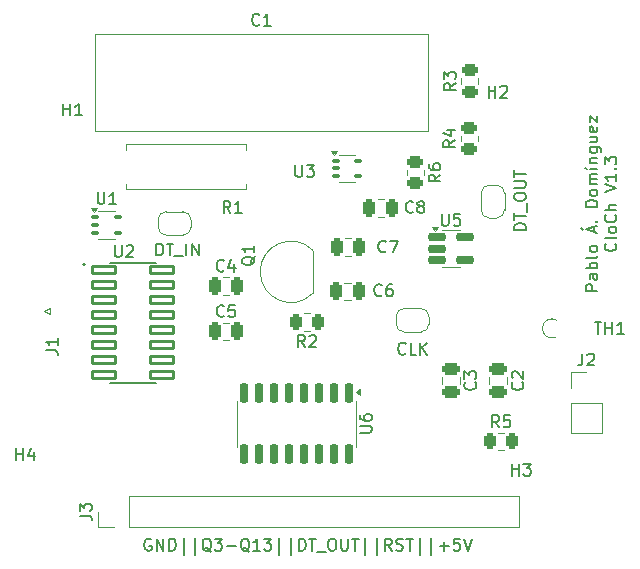
<source format=gbr>
%TF.GenerationSoftware,KiCad,Pcbnew,8.0.7*%
%TF.CreationDate,2025-10-24T17:03:05+02:00*%
%TF.ProjectId,Medidor_clk_PCB,4d656469-646f-4725-9f63-6c6b5f504342,rev?*%
%TF.SameCoordinates,Original*%
%TF.FileFunction,Legend,Top*%
%TF.FilePolarity,Positive*%
%FSLAX46Y46*%
G04 Gerber Fmt 4.6, Leading zero omitted, Abs format (unit mm)*
G04 Created by KiCad (PCBNEW 8.0.7) date 2025-10-24 17:03:05*
%MOMM*%
%LPD*%
G01*
G04 APERTURE LIST*
G04 Aperture macros list*
%AMRoundRect*
0 Rectangle with rounded corners*
0 $1 Rounding radius*
0 $2 $3 $4 $5 $6 $7 $8 $9 X,Y pos of 4 corners*
0 Add a 4 corners polygon primitive as box body*
4,1,4,$2,$3,$4,$5,$6,$7,$8,$9,$2,$3,0*
0 Add four circle primitives for the rounded corners*
1,1,$1+$1,$2,$3*
1,1,$1+$1,$4,$5*
1,1,$1+$1,$6,$7*
1,1,$1+$1,$8,$9*
0 Add four rect primitives between the rounded corners*
20,1,$1+$1,$2,$3,$4,$5,0*
20,1,$1+$1,$4,$5,$6,$7,0*
20,1,$1+$1,$6,$7,$8,$9,0*
20,1,$1+$1,$8,$9,$2,$3,0*%
%AMFreePoly0*
4,1,19,0.500000,-0.750000,0.000000,-0.750000,0.000000,-0.744911,-0.071157,-0.744911,-0.207708,-0.704816,-0.327430,-0.627875,-0.420627,-0.520320,-0.479746,-0.390866,-0.500000,-0.250000,-0.500000,0.250000,-0.479746,0.390866,-0.420627,0.520320,-0.327430,0.627875,-0.207708,0.704816,-0.071157,0.744911,0.000000,0.744911,0.000000,0.750000,0.500000,0.750000,0.500000,-0.750000,0.500000,-0.750000,
$1*%
%AMFreePoly1*
4,1,19,0.000000,0.744911,0.071157,0.744911,0.207708,0.704816,0.327430,0.627875,0.420627,0.520320,0.479746,0.390866,0.500000,0.250000,0.500000,-0.250000,0.479746,-0.390866,0.420627,-0.520320,0.327430,-0.627875,0.207708,-0.704816,0.071157,-0.744911,0.000000,-0.744911,0.000000,-0.750000,-0.500000,-0.750000,-0.500000,0.750000,0.000000,0.750000,0.000000,0.744911,0.000000,0.744911,
$1*%
G04 Aperture macros list end*
%ADD10C,0.200000*%
%ADD11C,0.150000*%
%ADD12C,0.120000*%
%ADD13C,0.127000*%
%ADD14RoundRect,0.250000X0.250000X0.475000X-0.250000X0.475000X-0.250000X-0.475000X0.250000X-0.475000X0*%
%ADD15RoundRect,0.250000X0.450000X-0.262500X0.450000X0.262500X-0.450000X0.262500X-0.450000X-0.262500X0*%
%ADD16R,1.500000X1.050000*%
%ADD17O,1.500000X1.050000*%
%ADD18RoundRect,0.250000X-0.475000X0.250000X-0.475000X-0.250000X0.475000X-0.250000X0.475000X0.250000X0*%
%ADD19C,4.300000*%
%ADD20RoundRect,0.100000X-0.225000X-0.100000X0.225000X-0.100000X0.225000X0.100000X-0.225000X0.100000X0*%
%ADD21RoundRect,0.100500X-0.986500X-0.301500X0.986500X-0.301500X0.986500X0.301500X-0.986500X0.301500X0*%
%ADD22RoundRect,0.250000X-0.250000X-0.475000X0.250000X-0.475000X0.250000X0.475000X-0.250000X0.475000X0*%
%ADD23FreePoly0,0.000000*%
%ADD24FreePoly1,0.000000*%
%ADD25RoundRect,0.150000X-0.650000X-0.150000X0.650000X-0.150000X0.650000X0.150000X-0.650000X0.150000X0*%
%ADD26RoundRect,0.250000X-0.262500X-0.450000X0.262500X-0.450000X0.262500X0.450000X-0.262500X0.450000X0*%
%ADD27R,1.700000X1.700000*%
%ADD28O,1.700000X1.700000*%
%ADD29C,2.400000*%
%ADD30O,2.400000X2.400000*%
%ADD31RoundRect,0.150000X-0.150000X0.725000X-0.150000X-0.725000X0.150000X-0.725000X0.150000X0.725000X0*%
%ADD32FreePoly0,270.000000*%
%ADD33FreePoly1,270.000000*%
%ADD34R,5.080000X1.500000*%
%ADD35RoundRect,0.250000X-0.450000X0.262500X-0.450000X-0.262500X0.450000X-0.262500X0.450000X0.262500X0*%
%ADD36C,1.400000*%
%ADD37O,1.400000X1.400000*%
%ADD38RoundRect,0.250000X0.262500X0.450000X-0.262500X0.450000X-0.262500X-0.450000X0.262500X-0.450000X0*%
G04 APERTURE END LIST*
D10*
X172657275Y-98857142D02*
X171657275Y-98857142D01*
X171657275Y-98857142D02*
X171657275Y-98476190D01*
X171657275Y-98476190D02*
X171704894Y-98380952D01*
X171704894Y-98380952D02*
X171752513Y-98333333D01*
X171752513Y-98333333D02*
X171847751Y-98285714D01*
X171847751Y-98285714D02*
X171990608Y-98285714D01*
X171990608Y-98285714D02*
X172085846Y-98333333D01*
X172085846Y-98333333D02*
X172133465Y-98380952D01*
X172133465Y-98380952D02*
X172181084Y-98476190D01*
X172181084Y-98476190D02*
X172181084Y-98857142D01*
X172657275Y-97428571D02*
X172133465Y-97428571D01*
X172133465Y-97428571D02*
X172038227Y-97476190D01*
X172038227Y-97476190D02*
X171990608Y-97571428D01*
X171990608Y-97571428D02*
X171990608Y-97761904D01*
X171990608Y-97761904D02*
X172038227Y-97857142D01*
X172609656Y-97428571D02*
X172657275Y-97523809D01*
X172657275Y-97523809D02*
X172657275Y-97761904D01*
X172657275Y-97761904D02*
X172609656Y-97857142D01*
X172609656Y-97857142D02*
X172514417Y-97904761D01*
X172514417Y-97904761D02*
X172419179Y-97904761D01*
X172419179Y-97904761D02*
X172323941Y-97857142D01*
X172323941Y-97857142D02*
X172276322Y-97761904D01*
X172276322Y-97761904D02*
X172276322Y-97523809D01*
X172276322Y-97523809D02*
X172228703Y-97428571D01*
X172657275Y-96952380D02*
X171657275Y-96952380D01*
X172038227Y-96952380D02*
X171990608Y-96857142D01*
X171990608Y-96857142D02*
X171990608Y-96666666D01*
X171990608Y-96666666D02*
X172038227Y-96571428D01*
X172038227Y-96571428D02*
X172085846Y-96523809D01*
X172085846Y-96523809D02*
X172181084Y-96476190D01*
X172181084Y-96476190D02*
X172466798Y-96476190D01*
X172466798Y-96476190D02*
X172562036Y-96523809D01*
X172562036Y-96523809D02*
X172609656Y-96571428D01*
X172609656Y-96571428D02*
X172657275Y-96666666D01*
X172657275Y-96666666D02*
X172657275Y-96857142D01*
X172657275Y-96857142D02*
X172609656Y-96952380D01*
X172657275Y-95904761D02*
X172609656Y-95999999D01*
X172609656Y-95999999D02*
X172514417Y-96047618D01*
X172514417Y-96047618D02*
X171657275Y-96047618D01*
X172657275Y-95380951D02*
X172609656Y-95476189D01*
X172609656Y-95476189D02*
X172562036Y-95523808D01*
X172562036Y-95523808D02*
X172466798Y-95571427D01*
X172466798Y-95571427D02*
X172181084Y-95571427D01*
X172181084Y-95571427D02*
X172085846Y-95523808D01*
X172085846Y-95523808D02*
X172038227Y-95476189D01*
X172038227Y-95476189D02*
X171990608Y-95380951D01*
X171990608Y-95380951D02*
X171990608Y-95238094D01*
X171990608Y-95238094D02*
X172038227Y-95142856D01*
X172038227Y-95142856D02*
X172085846Y-95095237D01*
X172085846Y-95095237D02*
X172181084Y-95047618D01*
X172181084Y-95047618D02*
X172466798Y-95047618D01*
X172466798Y-95047618D02*
X172562036Y-95095237D01*
X172562036Y-95095237D02*
X172609656Y-95142856D01*
X172609656Y-95142856D02*
X172657275Y-95238094D01*
X172657275Y-95238094D02*
X172657275Y-95380951D01*
X172371560Y-93904760D02*
X172371560Y-93428570D01*
X172657275Y-93999998D02*
X171657275Y-93666665D01*
X171657275Y-93666665D02*
X172657275Y-93333332D01*
X171276322Y-93571427D02*
X171419179Y-93714284D01*
X172562036Y-92999998D02*
X172609656Y-92952379D01*
X172609656Y-92952379D02*
X172657275Y-92999998D01*
X172657275Y-92999998D02*
X172609656Y-93047617D01*
X172609656Y-93047617D02*
X172562036Y-92999998D01*
X172562036Y-92999998D02*
X172657275Y-92999998D01*
X172657275Y-91761903D02*
X171657275Y-91761903D01*
X171657275Y-91761903D02*
X171657275Y-91523808D01*
X171657275Y-91523808D02*
X171704894Y-91380951D01*
X171704894Y-91380951D02*
X171800132Y-91285713D01*
X171800132Y-91285713D02*
X171895370Y-91238094D01*
X171895370Y-91238094D02*
X172085846Y-91190475D01*
X172085846Y-91190475D02*
X172228703Y-91190475D01*
X172228703Y-91190475D02*
X172419179Y-91238094D01*
X172419179Y-91238094D02*
X172514417Y-91285713D01*
X172514417Y-91285713D02*
X172609656Y-91380951D01*
X172609656Y-91380951D02*
X172657275Y-91523808D01*
X172657275Y-91523808D02*
X172657275Y-91761903D01*
X172657275Y-90619046D02*
X172609656Y-90714284D01*
X172609656Y-90714284D02*
X172562036Y-90761903D01*
X172562036Y-90761903D02*
X172466798Y-90809522D01*
X172466798Y-90809522D02*
X172181084Y-90809522D01*
X172181084Y-90809522D02*
X172085846Y-90761903D01*
X172085846Y-90761903D02*
X172038227Y-90714284D01*
X172038227Y-90714284D02*
X171990608Y-90619046D01*
X171990608Y-90619046D02*
X171990608Y-90476189D01*
X171990608Y-90476189D02*
X172038227Y-90380951D01*
X172038227Y-90380951D02*
X172085846Y-90333332D01*
X172085846Y-90333332D02*
X172181084Y-90285713D01*
X172181084Y-90285713D02*
X172466798Y-90285713D01*
X172466798Y-90285713D02*
X172562036Y-90333332D01*
X172562036Y-90333332D02*
X172609656Y-90380951D01*
X172609656Y-90380951D02*
X172657275Y-90476189D01*
X172657275Y-90476189D02*
X172657275Y-90619046D01*
X172657275Y-89857141D02*
X171990608Y-89857141D01*
X172085846Y-89857141D02*
X172038227Y-89809522D01*
X172038227Y-89809522D02*
X171990608Y-89714284D01*
X171990608Y-89714284D02*
X171990608Y-89571427D01*
X171990608Y-89571427D02*
X172038227Y-89476189D01*
X172038227Y-89476189D02*
X172133465Y-89428570D01*
X172133465Y-89428570D02*
X172657275Y-89428570D01*
X172133465Y-89428570D02*
X172038227Y-89380951D01*
X172038227Y-89380951D02*
X171990608Y-89285713D01*
X171990608Y-89285713D02*
X171990608Y-89142856D01*
X171990608Y-89142856D02*
X172038227Y-89047617D01*
X172038227Y-89047617D02*
X172133465Y-88999998D01*
X172133465Y-88999998D02*
X172657275Y-88999998D01*
X172657275Y-88523808D02*
X171990608Y-88523808D01*
X171609656Y-88428570D02*
X171752513Y-88571427D01*
X171990608Y-88047618D02*
X172657275Y-88047618D01*
X172085846Y-88047618D02*
X172038227Y-87999999D01*
X172038227Y-87999999D02*
X171990608Y-87904761D01*
X171990608Y-87904761D02*
X171990608Y-87761904D01*
X171990608Y-87761904D02*
X172038227Y-87666666D01*
X172038227Y-87666666D02*
X172133465Y-87619047D01*
X172133465Y-87619047D02*
X172657275Y-87619047D01*
X171990608Y-86714285D02*
X172800132Y-86714285D01*
X172800132Y-86714285D02*
X172895370Y-86761904D01*
X172895370Y-86761904D02*
X172942989Y-86809523D01*
X172942989Y-86809523D02*
X172990608Y-86904761D01*
X172990608Y-86904761D02*
X172990608Y-87047618D01*
X172990608Y-87047618D02*
X172942989Y-87142856D01*
X172609656Y-86714285D02*
X172657275Y-86809523D01*
X172657275Y-86809523D02*
X172657275Y-86999999D01*
X172657275Y-86999999D02*
X172609656Y-87095237D01*
X172609656Y-87095237D02*
X172562036Y-87142856D01*
X172562036Y-87142856D02*
X172466798Y-87190475D01*
X172466798Y-87190475D02*
X172181084Y-87190475D01*
X172181084Y-87190475D02*
X172085846Y-87142856D01*
X172085846Y-87142856D02*
X172038227Y-87095237D01*
X172038227Y-87095237D02*
X171990608Y-86999999D01*
X171990608Y-86999999D02*
X171990608Y-86809523D01*
X171990608Y-86809523D02*
X172038227Y-86714285D01*
X171990608Y-85809523D02*
X172657275Y-85809523D01*
X171990608Y-86238094D02*
X172514417Y-86238094D01*
X172514417Y-86238094D02*
X172609656Y-86190475D01*
X172609656Y-86190475D02*
X172657275Y-86095237D01*
X172657275Y-86095237D02*
X172657275Y-85952380D01*
X172657275Y-85952380D02*
X172609656Y-85857142D01*
X172609656Y-85857142D02*
X172562036Y-85809523D01*
X172609656Y-84952380D02*
X172657275Y-85047618D01*
X172657275Y-85047618D02*
X172657275Y-85238094D01*
X172657275Y-85238094D02*
X172609656Y-85333332D01*
X172609656Y-85333332D02*
X172514417Y-85380951D01*
X172514417Y-85380951D02*
X172133465Y-85380951D01*
X172133465Y-85380951D02*
X172038227Y-85333332D01*
X172038227Y-85333332D02*
X171990608Y-85238094D01*
X171990608Y-85238094D02*
X171990608Y-85047618D01*
X171990608Y-85047618D02*
X172038227Y-84952380D01*
X172038227Y-84952380D02*
X172133465Y-84904761D01*
X172133465Y-84904761D02*
X172228703Y-84904761D01*
X172228703Y-84904761D02*
X172323941Y-85380951D01*
X171990608Y-84571427D02*
X171990608Y-84047618D01*
X171990608Y-84047618D02*
X172657275Y-84571427D01*
X172657275Y-84571427D02*
X172657275Y-84047618D01*
X174171980Y-94857143D02*
X174219600Y-94904762D01*
X174219600Y-94904762D02*
X174267219Y-95047619D01*
X174267219Y-95047619D02*
X174267219Y-95142857D01*
X174267219Y-95142857D02*
X174219600Y-95285714D01*
X174219600Y-95285714D02*
X174124361Y-95380952D01*
X174124361Y-95380952D02*
X174029123Y-95428571D01*
X174029123Y-95428571D02*
X173838647Y-95476190D01*
X173838647Y-95476190D02*
X173695790Y-95476190D01*
X173695790Y-95476190D02*
X173505314Y-95428571D01*
X173505314Y-95428571D02*
X173410076Y-95380952D01*
X173410076Y-95380952D02*
X173314838Y-95285714D01*
X173314838Y-95285714D02*
X173267219Y-95142857D01*
X173267219Y-95142857D02*
X173267219Y-95047619D01*
X173267219Y-95047619D02*
X173314838Y-94904762D01*
X173314838Y-94904762D02*
X173362457Y-94857143D01*
X174267219Y-94285714D02*
X174219600Y-94380952D01*
X174219600Y-94380952D02*
X174124361Y-94428571D01*
X174124361Y-94428571D02*
X173267219Y-94428571D01*
X174267219Y-93761904D02*
X174219600Y-93857142D01*
X174219600Y-93857142D02*
X174171980Y-93904761D01*
X174171980Y-93904761D02*
X174076742Y-93952380D01*
X174076742Y-93952380D02*
X173791028Y-93952380D01*
X173791028Y-93952380D02*
X173695790Y-93904761D01*
X173695790Y-93904761D02*
X173648171Y-93857142D01*
X173648171Y-93857142D02*
X173600552Y-93761904D01*
X173600552Y-93761904D02*
X173600552Y-93619047D01*
X173600552Y-93619047D02*
X173648171Y-93523809D01*
X173648171Y-93523809D02*
X173695790Y-93476190D01*
X173695790Y-93476190D02*
X173791028Y-93428571D01*
X173791028Y-93428571D02*
X174076742Y-93428571D01*
X174076742Y-93428571D02*
X174171980Y-93476190D01*
X174171980Y-93476190D02*
X174219600Y-93523809D01*
X174219600Y-93523809D02*
X174267219Y-93619047D01*
X174267219Y-93619047D02*
X174267219Y-93761904D01*
X174171980Y-92428571D02*
X174219600Y-92476190D01*
X174219600Y-92476190D02*
X174267219Y-92619047D01*
X174267219Y-92619047D02*
X174267219Y-92714285D01*
X174267219Y-92714285D02*
X174219600Y-92857142D01*
X174219600Y-92857142D02*
X174124361Y-92952380D01*
X174124361Y-92952380D02*
X174029123Y-92999999D01*
X174029123Y-92999999D02*
X173838647Y-93047618D01*
X173838647Y-93047618D02*
X173695790Y-93047618D01*
X173695790Y-93047618D02*
X173505314Y-92999999D01*
X173505314Y-92999999D02*
X173410076Y-92952380D01*
X173410076Y-92952380D02*
X173314838Y-92857142D01*
X173314838Y-92857142D02*
X173267219Y-92714285D01*
X173267219Y-92714285D02*
X173267219Y-92619047D01*
X173267219Y-92619047D02*
X173314838Y-92476190D01*
X173314838Y-92476190D02*
X173362457Y-92428571D01*
X174267219Y-91999999D02*
X173267219Y-91999999D01*
X174267219Y-91571428D02*
X173743409Y-91571428D01*
X173743409Y-91571428D02*
X173648171Y-91619047D01*
X173648171Y-91619047D02*
X173600552Y-91714285D01*
X173600552Y-91714285D02*
X173600552Y-91857142D01*
X173600552Y-91857142D02*
X173648171Y-91952380D01*
X173648171Y-91952380D02*
X173695790Y-91999999D01*
X173267219Y-90476189D02*
X174267219Y-90142856D01*
X174267219Y-90142856D02*
X173267219Y-89809523D01*
X174267219Y-88952380D02*
X174267219Y-89523808D01*
X174267219Y-89238094D02*
X173267219Y-89238094D01*
X173267219Y-89238094D02*
X173410076Y-89333332D01*
X173410076Y-89333332D02*
X173505314Y-89428570D01*
X173505314Y-89428570D02*
X173552933Y-89523808D01*
X174171980Y-88523808D02*
X174219600Y-88476189D01*
X174219600Y-88476189D02*
X174267219Y-88523808D01*
X174267219Y-88523808D02*
X174219600Y-88571427D01*
X174219600Y-88571427D02*
X174171980Y-88523808D01*
X174171980Y-88523808D02*
X174267219Y-88523808D01*
X173267219Y-88142856D02*
X173267219Y-87523809D01*
X173267219Y-87523809D02*
X173648171Y-87857142D01*
X173648171Y-87857142D02*
X173648171Y-87714285D01*
X173648171Y-87714285D02*
X173695790Y-87619047D01*
X173695790Y-87619047D02*
X173743409Y-87571428D01*
X173743409Y-87571428D02*
X173838647Y-87523809D01*
X173838647Y-87523809D02*
X174076742Y-87523809D01*
X174076742Y-87523809D02*
X174171980Y-87571428D01*
X174171980Y-87571428D02*
X174219600Y-87619047D01*
X174219600Y-87619047D02*
X174267219Y-87714285D01*
X174267219Y-87714285D02*
X174267219Y-87999999D01*
X174267219Y-87999999D02*
X174219600Y-88095237D01*
X174219600Y-88095237D02*
X174171980Y-88142856D01*
D11*
X157033333Y-92159580D02*
X156985714Y-92207200D01*
X156985714Y-92207200D02*
X156842857Y-92254819D01*
X156842857Y-92254819D02*
X156747619Y-92254819D01*
X156747619Y-92254819D02*
X156604762Y-92207200D01*
X156604762Y-92207200D02*
X156509524Y-92111961D01*
X156509524Y-92111961D02*
X156461905Y-92016723D01*
X156461905Y-92016723D02*
X156414286Y-91826247D01*
X156414286Y-91826247D02*
X156414286Y-91683390D01*
X156414286Y-91683390D02*
X156461905Y-91492914D01*
X156461905Y-91492914D02*
X156509524Y-91397676D01*
X156509524Y-91397676D02*
X156604762Y-91302438D01*
X156604762Y-91302438D02*
X156747619Y-91254819D01*
X156747619Y-91254819D02*
X156842857Y-91254819D01*
X156842857Y-91254819D02*
X156985714Y-91302438D01*
X156985714Y-91302438D02*
X157033333Y-91350057D01*
X157604762Y-91683390D02*
X157509524Y-91635771D01*
X157509524Y-91635771D02*
X157461905Y-91588152D01*
X157461905Y-91588152D02*
X157414286Y-91492914D01*
X157414286Y-91492914D02*
X157414286Y-91445295D01*
X157414286Y-91445295D02*
X157461905Y-91350057D01*
X157461905Y-91350057D02*
X157509524Y-91302438D01*
X157509524Y-91302438D02*
X157604762Y-91254819D01*
X157604762Y-91254819D02*
X157795238Y-91254819D01*
X157795238Y-91254819D02*
X157890476Y-91302438D01*
X157890476Y-91302438D02*
X157938095Y-91350057D01*
X157938095Y-91350057D02*
X157985714Y-91445295D01*
X157985714Y-91445295D02*
X157985714Y-91492914D01*
X157985714Y-91492914D02*
X157938095Y-91588152D01*
X157938095Y-91588152D02*
X157890476Y-91635771D01*
X157890476Y-91635771D02*
X157795238Y-91683390D01*
X157795238Y-91683390D02*
X157604762Y-91683390D01*
X157604762Y-91683390D02*
X157509524Y-91731009D01*
X157509524Y-91731009D02*
X157461905Y-91778628D01*
X157461905Y-91778628D02*
X157414286Y-91873866D01*
X157414286Y-91873866D02*
X157414286Y-92064342D01*
X157414286Y-92064342D02*
X157461905Y-92159580D01*
X157461905Y-92159580D02*
X157509524Y-92207200D01*
X157509524Y-92207200D02*
X157604762Y-92254819D01*
X157604762Y-92254819D02*
X157795238Y-92254819D01*
X157795238Y-92254819D02*
X157890476Y-92207200D01*
X157890476Y-92207200D02*
X157938095Y-92159580D01*
X157938095Y-92159580D02*
X157985714Y-92064342D01*
X157985714Y-92064342D02*
X157985714Y-91873866D01*
X157985714Y-91873866D02*
X157938095Y-91778628D01*
X157938095Y-91778628D02*
X157890476Y-91731009D01*
X157890476Y-91731009D02*
X157795238Y-91683390D01*
X160654819Y-81266666D02*
X160178628Y-81599999D01*
X160654819Y-81838094D02*
X159654819Y-81838094D01*
X159654819Y-81838094D02*
X159654819Y-81457142D01*
X159654819Y-81457142D02*
X159702438Y-81361904D01*
X159702438Y-81361904D02*
X159750057Y-81314285D01*
X159750057Y-81314285D02*
X159845295Y-81266666D01*
X159845295Y-81266666D02*
X159988152Y-81266666D01*
X159988152Y-81266666D02*
X160083390Y-81314285D01*
X160083390Y-81314285D02*
X160131009Y-81361904D01*
X160131009Y-81361904D02*
X160178628Y-81457142D01*
X160178628Y-81457142D02*
X160178628Y-81838094D01*
X159654819Y-80933332D02*
X159654819Y-80314285D01*
X159654819Y-80314285D02*
X160035771Y-80647618D01*
X160035771Y-80647618D02*
X160035771Y-80504761D01*
X160035771Y-80504761D02*
X160083390Y-80409523D01*
X160083390Y-80409523D02*
X160131009Y-80361904D01*
X160131009Y-80361904D02*
X160226247Y-80314285D01*
X160226247Y-80314285D02*
X160464342Y-80314285D01*
X160464342Y-80314285D02*
X160559580Y-80361904D01*
X160559580Y-80361904D02*
X160607200Y-80409523D01*
X160607200Y-80409523D02*
X160654819Y-80504761D01*
X160654819Y-80504761D02*
X160654819Y-80790475D01*
X160654819Y-80790475D02*
X160607200Y-80885713D01*
X160607200Y-80885713D02*
X160559580Y-80933332D01*
X143650057Y-95945238D02*
X143602438Y-96040476D01*
X143602438Y-96040476D02*
X143507200Y-96135714D01*
X143507200Y-96135714D02*
X143364342Y-96278571D01*
X143364342Y-96278571D02*
X143316723Y-96373809D01*
X143316723Y-96373809D02*
X143316723Y-96469047D01*
X143554819Y-96421428D02*
X143507200Y-96516666D01*
X143507200Y-96516666D02*
X143411961Y-96611904D01*
X143411961Y-96611904D02*
X143221485Y-96659523D01*
X143221485Y-96659523D02*
X142888152Y-96659523D01*
X142888152Y-96659523D02*
X142697676Y-96611904D01*
X142697676Y-96611904D02*
X142602438Y-96516666D01*
X142602438Y-96516666D02*
X142554819Y-96421428D01*
X142554819Y-96421428D02*
X142554819Y-96230952D01*
X142554819Y-96230952D02*
X142602438Y-96135714D01*
X142602438Y-96135714D02*
X142697676Y-96040476D01*
X142697676Y-96040476D02*
X142888152Y-95992857D01*
X142888152Y-95992857D02*
X143221485Y-95992857D01*
X143221485Y-95992857D02*
X143411961Y-96040476D01*
X143411961Y-96040476D02*
X143507200Y-96135714D01*
X143507200Y-96135714D02*
X143554819Y-96230952D01*
X143554819Y-96230952D02*
X143554819Y-96421428D01*
X143554819Y-95040476D02*
X143554819Y-95611904D01*
X143554819Y-95326190D02*
X142554819Y-95326190D01*
X142554819Y-95326190D02*
X142697676Y-95421428D01*
X142697676Y-95421428D02*
X142792914Y-95516666D01*
X142792914Y-95516666D02*
X142840533Y-95611904D01*
X162289580Y-106616666D02*
X162337200Y-106664285D01*
X162337200Y-106664285D02*
X162384819Y-106807142D01*
X162384819Y-106807142D02*
X162384819Y-106902380D01*
X162384819Y-106902380D02*
X162337200Y-107045237D01*
X162337200Y-107045237D02*
X162241961Y-107140475D01*
X162241961Y-107140475D02*
X162146723Y-107188094D01*
X162146723Y-107188094D02*
X161956247Y-107235713D01*
X161956247Y-107235713D02*
X161813390Y-107235713D01*
X161813390Y-107235713D02*
X161622914Y-107188094D01*
X161622914Y-107188094D02*
X161527676Y-107140475D01*
X161527676Y-107140475D02*
X161432438Y-107045237D01*
X161432438Y-107045237D02*
X161384819Y-106902380D01*
X161384819Y-106902380D02*
X161384819Y-106807142D01*
X161384819Y-106807142D02*
X161432438Y-106664285D01*
X161432438Y-106664285D02*
X161480057Y-106616666D01*
X161384819Y-106283332D02*
X161384819Y-105664285D01*
X161384819Y-105664285D02*
X161765771Y-105997618D01*
X161765771Y-105997618D02*
X161765771Y-105854761D01*
X161765771Y-105854761D02*
X161813390Y-105759523D01*
X161813390Y-105759523D02*
X161861009Y-105711904D01*
X161861009Y-105711904D02*
X161956247Y-105664285D01*
X161956247Y-105664285D02*
X162194342Y-105664285D01*
X162194342Y-105664285D02*
X162289580Y-105711904D01*
X162289580Y-105711904D02*
X162337200Y-105759523D01*
X162337200Y-105759523D02*
X162384819Y-105854761D01*
X162384819Y-105854761D02*
X162384819Y-106140475D01*
X162384819Y-106140475D02*
X162337200Y-106235713D01*
X162337200Y-106235713D02*
X162289580Y-106283332D01*
X165438095Y-114504819D02*
X165438095Y-113504819D01*
X165438095Y-113981009D02*
X166009523Y-113981009D01*
X166009523Y-114504819D02*
X166009523Y-113504819D01*
X166390476Y-113504819D02*
X167009523Y-113504819D01*
X167009523Y-113504819D02*
X166676190Y-113885771D01*
X166676190Y-113885771D02*
X166819047Y-113885771D01*
X166819047Y-113885771D02*
X166914285Y-113933390D01*
X166914285Y-113933390D02*
X166961904Y-113981009D01*
X166961904Y-113981009D02*
X167009523Y-114076247D01*
X167009523Y-114076247D02*
X167009523Y-114314342D01*
X167009523Y-114314342D02*
X166961904Y-114409580D01*
X166961904Y-114409580D02*
X166914285Y-114457200D01*
X166914285Y-114457200D02*
X166819047Y-114504819D01*
X166819047Y-114504819D02*
X166533333Y-114504819D01*
X166533333Y-114504819D02*
X166438095Y-114457200D01*
X166438095Y-114457200D02*
X166390476Y-114409580D01*
X130338095Y-90504819D02*
X130338095Y-91314342D01*
X130338095Y-91314342D02*
X130385714Y-91409580D01*
X130385714Y-91409580D02*
X130433333Y-91457200D01*
X130433333Y-91457200D02*
X130528571Y-91504819D01*
X130528571Y-91504819D02*
X130719047Y-91504819D01*
X130719047Y-91504819D02*
X130814285Y-91457200D01*
X130814285Y-91457200D02*
X130861904Y-91409580D01*
X130861904Y-91409580D02*
X130909523Y-91314342D01*
X130909523Y-91314342D02*
X130909523Y-90504819D01*
X131909523Y-91504819D02*
X131338095Y-91504819D01*
X131623809Y-91504819D02*
X131623809Y-90504819D01*
X131623809Y-90504819D02*
X131528571Y-90647676D01*
X131528571Y-90647676D02*
X131433333Y-90742914D01*
X131433333Y-90742914D02*
X131338095Y-90790533D01*
X131793095Y-94994819D02*
X131793095Y-95804342D01*
X131793095Y-95804342D02*
X131840714Y-95899580D01*
X131840714Y-95899580D02*
X131888333Y-95947200D01*
X131888333Y-95947200D02*
X131983571Y-95994819D01*
X131983571Y-95994819D02*
X132174047Y-95994819D01*
X132174047Y-95994819D02*
X132269285Y-95947200D01*
X132269285Y-95947200D02*
X132316904Y-95899580D01*
X132316904Y-95899580D02*
X132364523Y-95804342D01*
X132364523Y-95804342D02*
X132364523Y-94994819D01*
X132793095Y-95090057D02*
X132840714Y-95042438D01*
X132840714Y-95042438D02*
X132935952Y-94994819D01*
X132935952Y-94994819D02*
X133174047Y-94994819D01*
X133174047Y-94994819D02*
X133269285Y-95042438D01*
X133269285Y-95042438D02*
X133316904Y-95090057D01*
X133316904Y-95090057D02*
X133364523Y-95185295D01*
X133364523Y-95185295D02*
X133364523Y-95280533D01*
X133364523Y-95280533D02*
X133316904Y-95423390D01*
X133316904Y-95423390D02*
X132745476Y-95994819D01*
X132745476Y-95994819D02*
X133364523Y-95994819D01*
X141033333Y-100979580D02*
X140985714Y-101027200D01*
X140985714Y-101027200D02*
X140842857Y-101074819D01*
X140842857Y-101074819D02*
X140747619Y-101074819D01*
X140747619Y-101074819D02*
X140604762Y-101027200D01*
X140604762Y-101027200D02*
X140509524Y-100931961D01*
X140509524Y-100931961D02*
X140461905Y-100836723D01*
X140461905Y-100836723D02*
X140414286Y-100646247D01*
X140414286Y-100646247D02*
X140414286Y-100503390D01*
X140414286Y-100503390D02*
X140461905Y-100312914D01*
X140461905Y-100312914D02*
X140509524Y-100217676D01*
X140509524Y-100217676D02*
X140604762Y-100122438D01*
X140604762Y-100122438D02*
X140747619Y-100074819D01*
X140747619Y-100074819D02*
X140842857Y-100074819D01*
X140842857Y-100074819D02*
X140985714Y-100122438D01*
X140985714Y-100122438D02*
X141033333Y-100170057D01*
X141938095Y-100074819D02*
X141461905Y-100074819D01*
X141461905Y-100074819D02*
X141414286Y-100551009D01*
X141414286Y-100551009D02*
X141461905Y-100503390D01*
X141461905Y-100503390D02*
X141557143Y-100455771D01*
X141557143Y-100455771D02*
X141795238Y-100455771D01*
X141795238Y-100455771D02*
X141890476Y-100503390D01*
X141890476Y-100503390D02*
X141938095Y-100551009D01*
X141938095Y-100551009D02*
X141985714Y-100646247D01*
X141985714Y-100646247D02*
X141985714Y-100884342D01*
X141985714Y-100884342D02*
X141938095Y-100979580D01*
X141938095Y-100979580D02*
X141890476Y-101027200D01*
X141890476Y-101027200D02*
X141795238Y-101074819D01*
X141795238Y-101074819D02*
X141557143Y-101074819D01*
X141557143Y-101074819D02*
X141461905Y-101027200D01*
X141461905Y-101027200D02*
X141414286Y-100979580D01*
X156404761Y-104159580D02*
X156357142Y-104207200D01*
X156357142Y-104207200D02*
X156214285Y-104254819D01*
X156214285Y-104254819D02*
X156119047Y-104254819D01*
X156119047Y-104254819D02*
X155976190Y-104207200D01*
X155976190Y-104207200D02*
X155880952Y-104111961D01*
X155880952Y-104111961D02*
X155833333Y-104016723D01*
X155833333Y-104016723D02*
X155785714Y-103826247D01*
X155785714Y-103826247D02*
X155785714Y-103683390D01*
X155785714Y-103683390D02*
X155833333Y-103492914D01*
X155833333Y-103492914D02*
X155880952Y-103397676D01*
X155880952Y-103397676D02*
X155976190Y-103302438D01*
X155976190Y-103302438D02*
X156119047Y-103254819D01*
X156119047Y-103254819D02*
X156214285Y-103254819D01*
X156214285Y-103254819D02*
X156357142Y-103302438D01*
X156357142Y-103302438D02*
X156404761Y-103350057D01*
X157309523Y-104254819D02*
X156833333Y-104254819D01*
X156833333Y-104254819D02*
X156833333Y-103254819D01*
X157642857Y-104254819D02*
X157642857Y-103254819D01*
X158214285Y-104254819D02*
X157785714Y-103683390D01*
X158214285Y-103254819D02*
X157642857Y-103826247D01*
X159488095Y-92342319D02*
X159488095Y-93151842D01*
X159488095Y-93151842D02*
X159535714Y-93247080D01*
X159535714Y-93247080D02*
X159583333Y-93294700D01*
X159583333Y-93294700D02*
X159678571Y-93342319D01*
X159678571Y-93342319D02*
X159869047Y-93342319D01*
X159869047Y-93342319D02*
X159964285Y-93294700D01*
X159964285Y-93294700D02*
X160011904Y-93247080D01*
X160011904Y-93247080D02*
X160059523Y-93151842D01*
X160059523Y-93151842D02*
X160059523Y-92342319D01*
X161011904Y-92342319D02*
X160535714Y-92342319D01*
X160535714Y-92342319D02*
X160488095Y-92818509D01*
X160488095Y-92818509D02*
X160535714Y-92770890D01*
X160535714Y-92770890D02*
X160630952Y-92723271D01*
X160630952Y-92723271D02*
X160869047Y-92723271D01*
X160869047Y-92723271D02*
X160964285Y-92770890D01*
X160964285Y-92770890D02*
X161011904Y-92818509D01*
X161011904Y-92818509D02*
X161059523Y-92913747D01*
X161059523Y-92913747D02*
X161059523Y-93151842D01*
X161059523Y-93151842D02*
X161011904Y-93247080D01*
X161011904Y-93247080D02*
X160964285Y-93294700D01*
X160964285Y-93294700D02*
X160869047Y-93342319D01*
X160869047Y-93342319D02*
X160630952Y-93342319D01*
X160630952Y-93342319D02*
X160535714Y-93294700D01*
X160535714Y-93294700D02*
X160488095Y-93247080D01*
X164333333Y-110404819D02*
X164000000Y-109928628D01*
X163761905Y-110404819D02*
X163761905Y-109404819D01*
X163761905Y-109404819D02*
X164142857Y-109404819D01*
X164142857Y-109404819D02*
X164238095Y-109452438D01*
X164238095Y-109452438D02*
X164285714Y-109500057D01*
X164285714Y-109500057D02*
X164333333Y-109595295D01*
X164333333Y-109595295D02*
X164333333Y-109738152D01*
X164333333Y-109738152D02*
X164285714Y-109833390D01*
X164285714Y-109833390D02*
X164238095Y-109881009D01*
X164238095Y-109881009D02*
X164142857Y-109928628D01*
X164142857Y-109928628D02*
X163761905Y-109928628D01*
X165238095Y-109404819D02*
X164761905Y-109404819D01*
X164761905Y-109404819D02*
X164714286Y-109881009D01*
X164714286Y-109881009D02*
X164761905Y-109833390D01*
X164761905Y-109833390D02*
X164857143Y-109785771D01*
X164857143Y-109785771D02*
X165095238Y-109785771D01*
X165095238Y-109785771D02*
X165190476Y-109833390D01*
X165190476Y-109833390D02*
X165238095Y-109881009D01*
X165238095Y-109881009D02*
X165285714Y-109976247D01*
X165285714Y-109976247D02*
X165285714Y-110214342D01*
X165285714Y-110214342D02*
X165238095Y-110309580D01*
X165238095Y-110309580D02*
X165190476Y-110357200D01*
X165190476Y-110357200D02*
X165095238Y-110404819D01*
X165095238Y-110404819D02*
X164857143Y-110404819D01*
X164857143Y-110404819D02*
X164761905Y-110357200D01*
X164761905Y-110357200D02*
X164714286Y-110309580D01*
X135314286Y-95854819D02*
X135314286Y-94854819D01*
X135314286Y-94854819D02*
X135552381Y-94854819D01*
X135552381Y-94854819D02*
X135695238Y-94902438D01*
X135695238Y-94902438D02*
X135790476Y-94997676D01*
X135790476Y-94997676D02*
X135838095Y-95092914D01*
X135838095Y-95092914D02*
X135885714Y-95283390D01*
X135885714Y-95283390D02*
X135885714Y-95426247D01*
X135885714Y-95426247D02*
X135838095Y-95616723D01*
X135838095Y-95616723D02*
X135790476Y-95711961D01*
X135790476Y-95711961D02*
X135695238Y-95807200D01*
X135695238Y-95807200D02*
X135552381Y-95854819D01*
X135552381Y-95854819D02*
X135314286Y-95854819D01*
X136171429Y-94854819D02*
X136742857Y-94854819D01*
X136457143Y-95854819D02*
X136457143Y-94854819D01*
X136838096Y-95950057D02*
X137600000Y-95950057D01*
X137838096Y-95854819D02*
X137838096Y-94854819D01*
X138314286Y-95854819D02*
X138314286Y-94854819D01*
X138314286Y-94854819D02*
X138885714Y-95854819D01*
X138885714Y-95854819D02*
X138885714Y-94854819D01*
X171371666Y-104174819D02*
X171371666Y-104889104D01*
X171371666Y-104889104D02*
X171324047Y-105031961D01*
X171324047Y-105031961D02*
X171228809Y-105127200D01*
X171228809Y-105127200D02*
X171085952Y-105174819D01*
X171085952Y-105174819D02*
X170990714Y-105174819D01*
X171800238Y-104270057D02*
X171847857Y-104222438D01*
X171847857Y-104222438D02*
X171943095Y-104174819D01*
X171943095Y-104174819D02*
X172181190Y-104174819D01*
X172181190Y-104174819D02*
X172276428Y-104222438D01*
X172276428Y-104222438D02*
X172324047Y-104270057D01*
X172324047Y-104270057D02*
X172371666Y-104365295D01*
X172371666Y-104365295D02*
X172371666Y-104460533D01*
X172371666Y-104460533D02*
X172324047Y-104603390D01*
X172324047Y-104603390D02*
X171752619Y-105174819D01*
X171752619Y-105174819D02*
X172371666Y-105174819D01*
X160604819Y-86116666D02*
X160128628Y-86449999D01*
X160604819Y-86688094D02*
X159604819Y-86688094D01*
X159604819Y-86688094D02*
X159604819Y-86307142D01*
X159604819Y-86307142D02*
X159652438Y-86211904D01*
X159652438Y-86211904D02*
X159700057Y-86164285D01*
X159700057Y-86164285D02*
X159795295Y-86116666D01*
X159795295Y-86116666D02*
X159938152Y-86116666D01*
X159938152Y-86116666D02*
X160033390Y-86164285D01*
X160033390Y-86164285D02*
X160081009Y-86211904D01*
X160081009Y-86211904D02*
X160128628Y-86307142D01*
X160128628Y-86307142D02*
X160128628Y-86688094D01*
X159938152Y-85259523D02*
X160604819Y-85259523D01*
X159557200Y-85497618D02*
X160271485Y-85735713D01*
X160271485Y-85735713D02*
X160271485Y-85116666D01*
X128824819Y-117883333D02*
X129539104Y-117883333D01*
X129539104Y-117883333D02*
X129681961Y-117930952D01*
X129681961Y-117930952D02*
X129777200Y-118026190D01*
X129777200Y-118026190D02*
X129824819Y-118169047D01*
X129824819Y-118169047D02*
X129824819Y-118264285D01*
X128824819Y-117502380D02*
X128824819Y-116883333D01*
X128824819Y-116883333D02*
X129205771Y-117216666D01*
X129205771Y-117216666D02*
X129205771Y-117073809D01*
X129205771Y-117073809D02*
X129253390Y-116978571D01*
X129253390Y-116978571D02*
X129301009Y-116930952D01*
X129301009Y-116930952D02*
X129396247Y-116883333D01*
X129396247Y-116883333D02*
X129634342Y-116883333D01*
X129634342Y-116883333D02*
X129729580Y-116930952D01*
X129729580Y-116930952D02*
X129777200Y-116978571D01*
X129777200Y-116978571D02*
X129824819Y-117073809D01*
X129824819Y-117073809D02*
X129824819Y-117359523D01*
X129824819Y-117359523D02*
X129777200Y-117454761D01*
X129777200Y-117454761D02*
X129729580Y-117502380D01*
X134861904Y-119902438D02*
X134766666Y-119854819D01*
X134766666Y-119854819D02*
X134623809Y-119854819D01*
X134623809Y-119854819D02*
X134480952Y-119902438D01*
X134480952Y-119902438D02*
X134385714Y-119997676D01*
X134385714Y-119997676D02*
X134338095Y-120092914D01*
X134338095Y-120092914D02*
X134290476Y-120283390D01*
X134290476Y-120283390D02*
X134290476Y-120426247D01*
X134290476Y-120426247D02*
X134338095Y-120616723D01*
X134338095Y-120616723D02*
X134385714Y-120711961D01*
X134385714Y-120711961D02*
X134480952Y-120807200D01*
X134480952Y-120807200D02*
X134623809Y-120854819D01*
X134623809Y-120854819D02*
X134719047Y-120854819D01*
X134719047Y-120854819D02*
X134861904Y-120807200D01*
X134861904Y-120807200D02*
X134909523Y-120759580D01*
X134909523Y-120759580D02*
X134909523Y-120426247D01*
X134909523Y-120426247D02*
X134719047Y-120426247D01*
X135338095Y-120854819D02*
X135338095Y-119854819D01*
X135338095Y-119854819D02*
X135909523Y-120854819D01*
X135909523Y-120854819D02*
X135909523Y-119854819D01*
X136385714Y-120854819D02*
X136385714Y-119854819D01*
X136385714Y-119854819D02*
X136623809Y-119854819D01*
X136623809Y-119854819D02*
X136766666Y-119902438D01*
X136766666Y-119902438D02*
X136861904Y-119997676D01*
X136861904Y-119997676D02*
X136909523Y-120092914D01*
X136909523Y-120092914D02*
X136957142Y-120283390D01*
X136957142Y-120283390D02*
X136957142Y-120426247D01*
X136957142Y-120426247D02*
X136909523Y-120616723D01*
X136909523Y-120616723D02*
X136861904Y-120711961D01*
X136861904Y-120711961D02*
X136766666Y-120807200D01*
X136766666Y-120807200D02*
X136623809Y-120854819D01*
X136623809Y-120854819D02*
X136385714Y-120854819D01*
X137623809Y-121188152D02*
X137623809Y-119759580D01*
X138576190Y-121188152D02*
X138576190Y-119759580D01*
X139957142Y-120950057D02*
X139861904Y-120902438D01*
X139861904Y-120902438D02*
X139766666Y-120807200D01*
X139766666Y-120807200D02*
X139623809Y-120664342D01*
X139623809Y-120664342D02*
X139528571Y-120616723D01*
X139528571Y-120616723D02*
X139433333Y-120616723D01*
X139480952Y-120854819D02*
X139385714Y-120807200D01*
X139385714Y-120807200D02*
X139290476Y-120711961D01*
X139290476Y-120711961D02*
X139242857Y-120521485D01*
X139242857Y-120521485D02*
X139242857Y-120188152D01*
X139242857Y-120188152D02*
X139290476Y-119997676D01*
X139290476Y-119997676D02*
X139385714Y-119902438D01*
X139385714Y-119902438D02*
X139480952Y-119854819D01*
X139480952Y-119854819D02*
X139671428Y-119854819D01*
X139671428Y-119854819D02*
X139766666Y-119902438D01*
X139766666Y-119902438D02*
X139861904Y-119997676D01*
X139861904Y-119997676D02*
X139909523Y-120188152D01*
X139909523Y-120188152D02*
X139909523Y-120521485D01*
X139909523Y-120521485D02*
X139861904Y-120711961D01*
X139861904Y-120711961D02*
X139766666Y-120807200D01*
X139766666Y-120807200D02*
X139671428Y-120854819D01*
X139671428Y-120854819D02*
X139480952Y-120854819D01*
X140242857Y-119854819D02*
X140861904Y-119854819D01*
X140861904Y-119854819D02*
X140528571Y-120235771D01*
X140528571Y-120235771D02*
X140671428Y-120235771D01*
X140671428Y-120235771D02*
X140766666Y-120283390D01*
X140766666Y-120283390D02*
X140814285Y-120331009D01*
X140814285Y-120331009D02*
X140861904Y-120426247D01*
X140861904Y-120426247D02*
X140861904Y-120664342D01*
X140861904Y-120664342D02*
X140814285Y-120759580D01*
X140814285Y-120759580D02*
X140766666Y-120807200D01*
X140766666Y-120807200D02*
X140671428Y-120854819D01*
X140671428Y-120854819D02*
X140385714Y-120854819D01*
X140385714Y-120854819D02*
X140290476Y-120807200D01*
X140290476Y-120807200D02*
X140242857Y-120759580D01*
X141290476Y-120473866D02*
X142052381Y-120473866D01*
X143195237Y-120950057D02*
X143099999Y-120902438D01*
X143099999Y-120902438D02*
X143004761Y-120807200D01*
X143004761Y-120807200D02*
X142861904Y-120664342D01*
X142861904Y-120664342D02*
X142766666Y-120616723D01*
X142766666Y-120616723D02*
X142671428Y-120616723D01*
X142719047Y-120854819D02*
X142623809Y-120807200D01*
X142623809Y-120807200D02*
X142528571Y-120711961D01*
X142528571Y-120711961D02*
X142480952Y-120521485D01*
X142480952Y-120521485D02*
X142480952Y-120188152D01*
X142480952Y-120188152D02*
X142528571Y-119997676D01*
X142528571Y-119997676D02*
X142623809Y-119902438D01*
X142623809Y-119902438D02*
X142719047Y-119854819D01*
X142719047Y-119854819D02*
X142909523Y-119854819D01*
X142909523Y-119854819D02*
X143004761Y-119902438D01*
X143004761Y-119902438D02*
X143099999Y-119997676D01*
X143099999Y-119997676D02*
X143147618Y-120188152D01*
X143147618Y-120188152D02*
X143147618Y-120521485D01*
X143147618Y-120521485D02*
X143099999Y-120711961D01*
X143099999Y-120711961D02*
X143004761Y-120807200D01*
X143004761Y-120807200D02*
X142909523Y-120854819D01*
X142909523Y-120854819D02*
X142719047Y-120854819D01*
X144099999Y-120854819D02*
X143528571Y-120854819D01*
X143814285Y-120854819D02*
X143814285Y-119854819D01*
X143814285Y-119854819D02*
X143719047Y-119997676D01*
X143719047Y-119997676D02*
X143623809Y-120092914D01*
X143623809Y-120092914D02*
X143528571Y-120140533D01*
X144433333Y-119854819D02*
X145052380Y-119854819D01*
X145052380Y-119854819D02*
X144719047Y-120235771D01*
X144719047Y-120235771D02*
X144861904Y-120235771D01*
X144861904Y-120235771D02*
X144957142Y-120283390D01*
X144957142Y-120283390D02*
X145004761Y-120331009D01*
X145004761Y-120331009D02*
X145052380Y-120426247D01*
X145052380Y-120426247D02*
X145052380Y-120664342D01*
X145052380Y-120664342D02*
X145004761Y-120759580D01*
X145004761Y-120759580D02*
X144957142Y-120807200D01*
X144957142Y-120807200D02*
X144861904Y-120854819D01*
X144861904Y-120854819D02*
X144576190Y-120854819D01*
X144576190Y-120854819D02*
X144480952Y-120807200D01*
X144480952Y-120807200D02*
X144433333Y-120759580D01*
X145719047Y-121188152D02*
X145719047Y-119759580D01*
X146671428Y-121188152D02*
X146671428Y-119759580D01*
X147385714Y-120854819D02*
X147385714Y-119854819D01*
X147385714Y-119854819D02*
X147623809Y-119854819D01*
X147623809Y-119854819D02*
X147766666Y-119902438D01*
X147766666Y-119902438D02*
X147861904Y-119997676D01*
X147861904Y-119997676D02*
X147909523Y-120092914D01*
X147909523Y-120092914D02*
X147957142Y-120283390D01*
X147957142Y-120283390D02*
X147957142Y-120426247D01*
X147957142Y-120426247D02*
X147909523Y-120616723D01*
X147909523Y-120616723D02*
X147861904Y-120711961D01*
X147861904Y-120711961D02*
X147766666Y-120807200D01*
X147766666Y-120807200D02*
X147623809Y-120854819D01*
X147623809Y-120854819D02*
X147385714Y-120854819D01*
X148242857Y-119854819D02*
X148814285Y-119854819D01*
X148528571Y-120854819D02*
X148528571Y-119854819D01*
X148909524Y-120950057D02*
X149671428Y-120950057D01*
X150100000Y-119854819D02*
X150290476Y-119854819D01*
X150290476Y-119854819D02*
X150385714Y-119902438D01*
X150385714Y-119902438D02*
X150480952Y-119997676D01*
X150480952Y-119997676D02*
X150528571Y-120188152D01*
X150528571Y-120188152D02*
X150528571Y-120521485D01*
X150528571Y-120521485D02*
X150480952Y-120711961D01*
X150480952Y-120711961D02*
X150385714Y-120807200D01*
X150385714Y-120807200D02*
X150290476Y-120854819D01*
X150290476Y-120854819D02*
X150100000Y-120854819D01*
X150100000Y-120854819D02*
X150004762Y-120807200D01*
X150004762Y-120807200D02*
X149909524Y-120711961D01*
X149909524Y-120711961D02*
X149861905Y-120521485D01*
X149861905Y-120521485D02*
X149861905Y-120188152D01*
X149861905Y-120188152D02*
X149909524Y-119997676D01*
X149909524Y-119997676D02*
X150004762Y-119902438D01*
X150004762Y-119902438D02*
X150100000Y-119854819D01*
X150957143Y-119854819D02*
X150957143Y-120664342D01*
X150957143Y-120664342D02*
X151004762Y-120759580D01*
X151004762Y-120759580D02*
X151052381Y-120807200D01*
X151052381Y-120807200D02*
X151147619Y-120854819D01*
X151147619Y-120854819D02*
X151338095Y-120854819D01*
X151338095Y-120854819D02*
X151433333Y-120807200D01*
X151433333Y-120807200D02*
X151480952Y-120759580D01*
X151480952Y-120759580D02*
X151528571Y-120664342D01*
X151528571Y-120664342D02*
X151528571Y-119854819D01*
X151861905Y-119854819D02*
X152433333Y-119854819D01*
X152147619Y-120854819D02*
X152147619Y-119854819D01*
X153004762Y-121188152D02*
X153004762Y-119759580D01*
X153957143Y-121188152D02*
X153957143Y-119759580D01*
X155242857Y-120854819D02*
X154909524Y-120378628D01*
X154671429Y-120854819D02*
X154671429Y-119854819D01*
X154671429Y-119854819D02*
X155052381Y-119854819D01*
X155052381Y-119854819D02*
X155147619Y-119902438D01*
X155147619Y-119902438D02*
X155195238Y-119950057D01*
X155195238Y-119950057D02*
X155242857Y-120045295D01*
X155242857Y-120045295D02*
X155242857Y-120188152D01*
X155242857Y-120188152D02*
X155195238Y-120283390D01*
X155195238Y-120283390D02*
X155147619Y-120331009D01*
X155147619Y-120331009D02*
X155052381Y-120378628D01*
X155052381Y-120378628D02*
X154671429Y-120378628D01*
X155623810Y-120807200D02*
X155766667Y-120854819D01*
X155766667Y-120854819D02*
X156004762Y-120854819D01*
X156004762Y-120854819D02*
X156100000Y-120807200D01*
X156100000Y-120807200D02*
X156147619Y-120759580D01*
X156147619Y-120759580D02*
X156195238Y-120664342D01*
X156195238Y-120664342D02*
X156195238Y-120569104D01*
X156195238Y-120569104D02*
X156147619Y-120473866D01*
X156147619Y-120473866D02*
X156100000Y-120426247D01*
X156100000Y-120426247D02*
X156004762Y-120378628D01*
X156004762Y-120378628D02*
X155814286Y-120331009D01*
X155814286Y-120331009D02*
X155719048Y-120283390D01*
X155719048Y-120283390D02*
X155671429Y-120235771D01*
X155671429Y-120235771D02*
X155623810Y-120140533D01*
X155623810Y-120140533D02*
X155623810Y-120045295D01*
X155623810Y-120045295D02*
X155671429Y-119950057D01*
X155671429Y-119950057D02*
X155719048Y-119902438D01*
X155719048Y-119902438D02*
X155814286Y-119854819D01*
X155814286Y-119854819D02*
X156052381Y-119854819D01*
X156052381Y-119854819D02*
X156195238Y-119902438D01*
X156480953Y-119854819D02*
X157052381Y-119854819D01*
X156766667Y-120854819D02*
X156766667Y-119854819D01*
X157623810Y-121188152D02*
X157623810Y-119759580D01*
X158576191Y-121188152D02*
X158576191Y-119759580D01*
X159290477Y-120473866D02*
X160052382Y-120473866D01*
X159671429Y-120854819D02*
X159671429Y-120092914D01*
X161004762Y-119854819D02*
X160528572Y-119854819D01*
X160528572Y-119854819D02*
X160480953Y-120331009D01*
X160480953Y-120331009D02*
X160528572Y-120283390D01*
X160528572Y-120283390D02*
X160623810Y-120235771D01*
X160623810Y-120235771D02*
X160861905Y-120235771D01*
X160861905Y-120235771D02*
X160957143Y-120283390D01*
X160957143Y-120283390D02*
X161004762Y-120331009D01*
X161004762Y-120331009D02*
X161052381Y-120426247D01*
X161052381Y-120426247D02*
X161052381Y-120664342D01*
X161052381Y-120664342D02*
X161004762Y-120759580D01*
X161004762Y-120759580D02*
X160957143Y-120807200D01*
X160957143Y-120807200D02*
X160861905Y-120854819D01*
X160861905Y-120854819D02*
X160623810Y-120854819D01*
X160623810Y-120854819D02*
X160528572Y-120807200D01*
X160528572Y-120807200D02*
X160480953Y-120759580D01*
X161338096Y-119854819D02*
X161671429Y-120854819D01*
X161671429Y-120854819D02*
X162004762Y-119854819D01*
X163438095Y-82504819D02*
X163438095Y-81504819D01*
X163438095Y-81981009D02*
X164009523Y-81981009D01*
X164009523Y-82504819D02*
X164009523Y-81504819D01*
X164438095Y-81600057D02*
X164485714Y-81552438D01*
X164485714Y-81552438D02*
X164580952Y-81504819D01*
X164580952Y-81504819D02*
X164819047Y-81504819D01*
X164819047Y-81504819D02*
X164914285Y-81552438D01*
X164914285Y-81552438D02*
X164961904Y-81600057D01*
X164961904Y-81600057D02*
X165009523Y-81695295D01*
X165009523Y-81695295D02*
X165009523Y-81790533D01*
X165009523Y-81790533D02*
X164961904Y-81933390D01*
X164961904Y-81933390D02*
X164390476Y-82504819D01*
X164390476Y-82504819D02*
X165009523Y-82504819D01*
X147088095Y-88204819D02*
X147088095Y-89014342D01*
X147088095Y-89014342D02*
X147135714Y-89109580D01*
X147135714Y-89109580D02*
X147183333Y-89157200D01*
X147183333Y-89157200D02*
X147278571Y-89204819D01*
X147278571Y-89204819D02*
X147469047Y-89204819D01*
X147469047Y-89204819D02*
X147564285Y-89157200D01*
X147564285Y-89157200D02*
X147611904Y-89109580D01*
X147611904Y-89109580D02*
X147659523Y-89014342D01*
X147659523Y-89014342D02*
X147659523Y-88204819D01*
X148040476Y-88204819D02*
X148659523Y-88204819D01*
X148659523Y-88204819D02*
X148326190Y-88585771D01*
X148326190Y-88585771D02*
X148469047Y-88585771D01*
X148469047Y-88585771D02*
X148564285Y-88633390D01*
X148564285Y-88633390D02*
X148611904Y-88681009D01*
X148611904Y-88681009D02*
X148659523Y-88776247D01*
X148659523Y-88776247D02*
X148659523Y-89014342D01*
X148659523Y-89014342D02*
X148611904Y-89109580D01*
X148611904Y-89109580D02*
X148564285Y-89157200D01*
X148564285Y-89157200D02*
X148469047Y-89204819D01*
X148469047Y-89204819D02*
X148183333Y-89204819D01*
X148183333Y-89204819D02*
X148088095Y-89157200D01*
X148088095Y-89157200D02*
X148040476Y-89109580D01*
X141583333Y-92254819D02*
X141250000Y-91778628D01*
X141011905Y-92254819D02*
X141011905Y-91254819D01*
X141011905Y-91254819D02*
X141392857Y-91254819D01*
X141392857Y-91254819D02*
X141488095Y-91302438D01*
X141488095Y-91302438D02*
X141535714Y-91350057D01*
X141535714Y-91350057D02*
X141583333Y-91445295D01*
X141583333Y-91445295D02*
X141583333Y-91588152D01*
X141583333Y-91588152D02*
X141535714Y-91683390D01*
X141535714Y-91683390D02*
X141488095Y-91731009D01*
X141488095Y-91731009D02*
X141392857Y-91778628D01*
X141392857Y-91778628D02*
X141011905Y-91778628D01*
X142535714Y-92254819D02*
X141964286Y-92254819D01*
X142250000Y-92254819D02*
X142250000Y-91254819D01*
X142250000Y-91254819D02*
X142154762Y-91397676D01*
X142154762Y-91397676D02*
X142059524Y-91492914D01*
X142059524Y-91492914D02*
X141964286Y-91540533D01*
X127438095Y-84004819D02*
X127438095Y-83004819D01*
X127438095Y-83481009D02*
X128009523Y-83481009D01*
X128009523Y-84004819D02*
X128009523Y-83004819D01*
X129009523Y-84004819D02*
X128438095Y-84004819D01*
X128723809Y-84004819D02*
X128723809Y-83004819D01*
X128723809Y-83004819D02*
X128628571Y-83147676D01*
X128628571Y-83147676D02*
X128533333Y-83242914D01*
X128533333Y-83242914D02*
X128438095Y-83290533D01*
X154383333Y-99209580D02*
X154335714Y-99257200D01*
X154335714Y-99257200D02*
X154192857Y-99304819D01*
X154192857Y-99304819D02*
X154097619Y-99304819D01*
X154097619Y-99304819D02*
X153954762Y-99257200D01*
X153954762Y-99257200D02*
X153859524Y-99161961D01*
X153859524Y-99161961D02*
X153811905Y-99066723D01*
X153811905Y-99066723D02*
X153764286Y-98876247D01*
X153764286Y-98876247D02*
X153764286Y-98733390D01*
X153764286Y-98733390D02*
X153811905Y-98542914D01*
X153811905Y-98542914D02*
X153859524Y-98447676D01*
X153859524Y-98447676D02*
X153954762Y-98352438D01*
X153954762Y-98352438D02*
X154097619Y-98304819D01*
X154097619Y-98304819D02*
X154192857Y-98304819D01*
X154192857Y-98304819D02*
X154335714Y-98352438D01*
X154335714Y-98352438D02*
X154383333Y-98400057D01*
X155240476Y-98304819D02*
X155050000Y-98304819D01*
X155050000Y-98304819D02*
X154954762Y-98352438D01*
X154954762Y-98352438D02*
X154907143Y-98400057D01*
X154907143Y-98400057D02*
X154811905Y-98542914D01*
X154811905Y-98542914D02*
X154764286Y-98733390D01*
X154764286Y-98733390D02*
X154764286Y-99114342D01*
X154764286Y-99114342D02*
X154811905Y-99209580D01*
X154811905Y-99209580D02*
X154859524Y-99257200D01*
X154859524Y-99257200D02*
X154954762Y-99304819D01*
X154954762Y-99304819D02*
X155145238Y-99304819D01*
X155145238Y-99304819D02*
X155240476Y-99257200D01*
X155240476Y-99257200D02*
X155288095Y-99209580D01*
X155288095Y-99209580D02*
X155335714Y-99114342D01*
X155335714Y-99114342D02*
X155335714Y-98876247D01*
X155335714Y-98876247D02*
X155288095Y-98781009D01*
X155288095Y-98781009D02*
X155240476Y-98733390D01*
X155240476Y-98733390D02*
X155145238Y-98685771D01*
X155145238Y-98685771D02*
X154954762Y-98685771D01*
X154954762Y-98685771D02*
X154859524Y-98733390D01*
X154859524Y-98733390D02*
X154811905Y-98781009D01*
X154811905Y-98781009D02*
X154764286Y-98876247D01*
X152539819Y-110861904D02*
X153349342Y-110861904D01*
X153349342Y-110861904D02*
X153444580Y-110814285D01*
X153444580Y-110814285D02*
X153492200Y-110766666D01*
X153492200Y-110766666D02*
X153539819Y-110671428D01*
X153539819Y-110671428D02*
X153539819Y-110480952D01*
X153539819Y-110480952D02*
X153492200Y-110385714D01*
X153492200Y-110385714D02*
X153444580Y-110338095D01*
X153444580Y-110338095D02*
X153349342Y-110290476D01*
X153349342Y-110290476D02*
X152539819Y-110290476D01*
X152539819Y-109385714D02*
X152539819Y-109576190D01*
X152539819Y-109576190D02*
X152587438Y-109671428D01*
X152587438Y-109671428D02*
X152635057Y-109719047D01*
X152635057Y-109719047D02*
X152777914Y-109814285D01*
X152777914Y-109814285D02*
X152968390Y-109861904D01*
X152968390Y-109861904D02*
X153349342Y-109861904D01*
X153349342Y-109861904D02*
X153444580Y-109814285D01*
X153444580Y-109814285D02*
X153492200Y-109766666D01*
X153492200Y-109766666D02*
X153539819Y-109671428D01*
X153539819Y-109671428D02*
X153539819Y-109480952D01*
X153539819Y-109480952D02*
X153492200Y-109385714D01*
X153492200Y-109385714D02*
X153444580Y-109338095D01*
X153444580Y-109338095D02*
X153349342Y-109290476D01*
X153349342Y-109290476D02*
X153111247Y-109290476D01*
X153111247Y-109290476D02*
X153016009Y-109338095D01*
X153016009Y-109338095D02*
X152968390Y-109385714D01*
X152968390Y-109385714D02*
X152920771Y-109480952D01*
X152920771Y-109480952D02*
X152920771Y-109671428D01*
X152920771Y-109671428D02*
X152968390Y-109766666D01*
X152968390Y-109766666D02*
X153016009Y-109814285D01*
X153016009Y-109814285D02*
X153111247Y-109861904D01*
X166604819Y-93702380D02*
X165604819Y-93702380D01*
X165604819Y-93702380D02*
X165604819Y-93464285D01*
X165604819Y-93464285D02*
X165652438Y-93321428D01*
X165652438Y-93321428D02*
X165747676Y-93226190D01*
X165747676Y-93226190D02*
X165842914Y-93178571D01*
X165842914Y-93178571D02*
X166033390Y-93130952D01*
X166033390Y-93130952D02*
X166176247Y-93130952D01*
X166176247Y-93130952D02*
X166366723Y-93178571D01*
X166366723Y-93178571D02*
X166461961Y-93226190D01*
X166461961Y-93226190D02*
X166557200Y-93321428D01*
X166557200Y-93321428D02*
X166604819Y-93464285D01*
X166604819Y-93464285D02*
X166604819Y-93702380D01*
X165604819Y-92845237D02*
X165604819Y-92273809D01*
X166604819Y-92559523D02*
X165604819Y-92559523D01*
X166700057Y-92178571D02*
X166700057Y-91416666D01*
X165604819Y-90988094D02*
X165604819Y-90797618D01*
X165604819Y-90797618D02*
X165652438Y-90702380D01*
X165652438Y-90702380D02*
X165747676Y-90607142D01*
X165747676Y-90607142D02*
X165938152Y-90559523D01*
X165938152Y-90559523D02*
X166271485Y-90559523D01*
X166271485Y-90559523D02*
X166461961Y-90607142D01*
X166461961Y-90607142D02*
X166557200Y-90702380D01*
X166557200Y-90702380D02*
X166604819Y-90797618D01*
X166604819Y-90797618D02*
X166604819Y-90988094D01*
X166604819Y-90988094D02*
X166557200Y-91083332D01*
X166557200Y-91083332D02*
X166461961Y-91178570D01*
X166461961Y-91178570D02*
X166271485Y-91226189D01*
X166271485Y-91226189D02*
X165938152Y-91226189D01*
X165938152Y-91226189D02*
X165747676Y-91178570D01*
X165747676Y-91178570D02*
X165652438Y-91083332D01*
X165652438Y-91083332D02*
X165604819Y-90988094D01*
X165604819Y-90130951D02*
X166414342Y-90130951D01*
X166414342Y-90130951D02*
X166509580Y-90083332D01*
X166509580Y-90083332D02*
X166557200Y-90035713D01*
X166557200Y-90035713D02*
X166604819Y-89940475D01*
X166604819Y-89940475D02*
X166604819Y-89749999D01*
X166604819Y-89749999D02*
X166557200Y-89654761D01*
X166557200Y-89654761D02*
X166509580Y-89607142D01*
X166509580Y-89607142D02*
X166414342Y-89559523D01*
X166414342Y-89559523D02*
X165604819Y-89559523D01*
X165604819Y-89226189D02*
X165604819Y-88654761D01*
X166604819Y-88940475D02*
X165604819Y-88940475D01*
X125977319Y-103883333D02*
X126691604Y-103883333D01*
X126691604Y-103883333D02*
X126834461Y-103930952D01*
X126834461Y-103930952D02*
X126929700Y-104026190D01*
X126929700Y-104026190D02*
X126977319Y-104169047D01*
X126977319Y-104169047D02*
X126977319Y-104264285D01*
X126977319Y-102883333D02*
X126977319Y-103454761D01*
X126977319Y-103169047D02*
X125977319Y-103169047D01*
X125977319Y-103169047D02*
X126120176Y-103264285D01*
X126120176Y-103264285D02*
X126215414Y-103359523D01*
X126215414Y-103359523D02*
X126263033Y-103454761D01*
X123438095Y-113204819D02*
X123438095Y-112204819D01*
X123438095Y-112681009D02*
X124009523Y-112681009D01*
X124009523Y-113204819D02*
X124009523Y-112204819D01*
X124914285Y-112538152D02*
X124914285Y-113204819D01*
X124676190Y-112157200D02*
X124438095Y-112871485D01*
X124438095Y-112871485D02*
X125057142Y-112871485D01*
X166289580Y-106616666D02*
X166337200Y-106664285D01*
X166337200Y-106664285D02*
X166384819Y-106807142D01*
X166384819Y-106807142D02*
X166384819Y-106902380D01*
X166384819Y-106902380D02*
X166337200Y-107045237D01*
X166337200Y-107045237D02*
X166241961Y-107140475D01*
X166241961Y-107140475D02*
X166146723Y-107188094D01*
X166146723Y-107188094D02*
X165956247Y-107235713D01*
X165956247Y-107235713D02*
X165813390Y-107235713D01*
X165813390Y-107235713D02*
X165622914Y-107188094D01*
X165622914Y-107188094D02*
X165527676Y-107140475D01*
X165527676Y-107140475D02*
X165432438Y-107045237D01*
X165432438Y-107045237D02*
X165384819Y-106902380D01*
X165384819Y-106902380D02*
X165384819Y-106807142D01*
X165384819Y-106807142D02*
X165432438Y-106664285D01*
X165432438Y-106664285D02*
X165480057Y-106616666D01*
X165480057Y-106235713D02*
X165432438Y-106188094D01*
X165432438Y-106188094D02*
X165384819Y-106092856D01*
X165384819Y-106092856D02*
X165384819Y-105854761D01*
X165384819Y-105854761D02*
X165432438Y-105759523D01*
X165432438Y-105759523D02*
X165480057Y-105711904D01*
X165480057Y-105711904D02*
X165575295Y-105664285D01*
X165575295Y-105664285D02*
X165670533Y-105664285D01*
X165670533Y-105664285D02*
X165813390Y-105711904D01*
X165813390Y-105711904D02*
X166384819Y-106283332D01*
X166384819Y-106283332D02*
X166384819Y-105664285D01*
X144033333Y-76309580D02*
X143985714Y-76357200D01*
X143985714Y-76357200D02*
X143842857Y-76404819D01*
X143842857Y-76404819D02*
X143747619Y-76404819D01*
X143747619Y-76404819D02*
X143604762Y-76357200D01*
X143604762Y-76357200D02*
X143509524Y-76261961D01*
X143509524Y-76261961D02*
X143461905Y-76166723D01*
X143461905Y-76166723D02*
X143414286Y-75976247D01*
X143414286Y-75976247D02*
X143414286Y-75833390D01*
X143414286Y-75833390D02*
X143461905Y-75642914D01*
X143461905Y-75642914D02*
X143509524Y-75547676D01*
X143509524Y-75547676D02*
X143604762Y-75452438D01*
X143604762Y-75452438D02*
X143747619Y-75404819D01*
X143747619Y-75404819D02*
X143842857Y-75404819D01*
X143842857Y-75404819D02*
X143985714Y-75452438D01*
X143985714Y-75452438D02*
X144033333Y-75500057D01*
X144985714Y-76404819D02*
X144414286Y-76404819D01*
X144700000Y-76404819D02*
X144700000Y-75404819D01*
X144700000Y-75404819D02*
X144604762Y-75547676D01*
X144604762Y-75547676D02*
X144509524Y-75642914D01*
X144509524Y-75642914D02*
X144414286Y-75690533D01*
X159354819Y-89016666D02*
X158878628Y-89349999D01*
X159354819Y-89588094D02*
X158354819Y-89588094D01*
X158354819Y-89588094D02*
X158354819Y-89207142D01*
X158354819Y-89207142D02*
X158402438Y-89111904D01*
X158402438Y-89111904D02*
X158450057Y-89064285D01*
X158450057Y-89064285D02*
X158545295Y-89016666D01*
X158545295Y-89016666D02*
X158688152Y-89016666D01*
X158688152Y-89016666D02*
X158783390Y-89064285D01*
X158783390Y-89064285D02*
X158831009Y-89111904D01*
X158831009Y-89111904D02*
X158878628Y-89207142D01*
X158878628Y-89207142D02*
X158878628Y-89588094D01*
X158354819Y-88159523D02*
X158354819Y-88349999D01*
X158354819Y-88349999D02*
X158402438Y-88445237D01*
X158402438Y-88445237D02*
X158450057Y-88492856D01*
X158450057Y-88492856D02*
X158592914Y-88588094D01*
X158592914Y-88588094D02*
X158783390Y-88635713D01*
X158783390Y-88635713D02*
X159164342Y-88635713D01*
X159164342Y-88635713D02*
X159259580Y-88588094D01*
X159259580Y-88588094D02*
X159307200Y-88540475D01*
X159307200Y-88540475D02*
X159354819Y-88445237D01*
X159354819Y-88445237D02*
X159354819Y-88254761D01*
X159354819Y-88254761D02*
X159307200Y-88159523D01*
X159307200Y-88159523D02*
X159259580Y-88111904D01*
X159259580Y-88111904D02*
X159164342Y-88064285D01*
X159164342Y-88064285D02*
X158926247Y-88064285D01*
X158926247Y-88064285D02*
X158831009Y-88111904D01*
X158831009Y-88111904D02*
X158783390Y-88159523D01*
X158783390Y-88159523D02*
X158735771Y-88254761D01*
X158735771Y-88254761D02*
X158735771Y-88445237D01*
X158735771Y-88445237D02*
X158783390Y-88540475D01*
X158783390Y-88540475D02*
X158831009Y-88588094D01*
X158831009Y-88588094D02*
X158926247Y-88635713D01*
X172419286Y-101504819D02*
X172990714Y-101504819D01*
X172705000Y-102504819D02*
X172705000Y-101504819D01*
X173324048Y-102504819D02*
X173324048Y-101504819D01*
X173324048Y-101981009D02*
X173895476Y-101981009D01*
X173895476Y-102504819D02*
X173895476Y-101504819D01*
X174895476Y-102504819D02*
X174324048Y-102504819D01*
X174609762Y-102504819D02*
X174609762Y-101504819D01*
X174609762Y-101504819D02*
X174514524Y-101647676D01*
X174514524Y-101647676D02*
X174419286Y-101742914D01*
X174419286Y-101742914D02*
X174324048Y-101790533D01*
X154733333Y-95509580D02*
X154685714Y-95557200D01*
X154685714Y-95557200D02*
X154542857Y-95604819D01*
X154542857Y-95604819D02*
X154447619Y-95604819D01*
X154447619Y-95604819D02*
X154304762Y-95557200D01*
X154304762Y-95557200D02*
X154209524Y-95461961D01*
X154209524Y-95461961D02*
X154161905Y-95366723D01*
X154161905Y-95366723D02*
X154114286Y-95176247D01*
X154114286Y-95176247D02*
X154114286Y-95033390D01*
X154114286Y-95033390D02*
X154161905Y-94842914D01*
X154161905Y-94842914D02*
X154209524Y-94747676D01*
X154209524Y-94747676D02*
X154304762Y-94652438D01*
X154304762Y-94652438D02*
X154447619Y-94604819D01*
X154447619Y-94604819D02*
X154542857Y-94604819D01*
X154542857Y-94604819D02*
X154685714Y-94652438D01*
X154685714Y-94652438D02*
X154733333Y-94700057D01*
X155066667Y-94604819D02*
X155733333Y-94604819D01*
X155733333Y-94604819D02*
X155304762Y-95604819D01*
X147883333Y-103604819D02*
X147550000Y-103128628D01*
X147311905Y-103604819D02*
X147311905Y-102604819D01*
X147311905Y-102604819D02*
X147692857Y-102604819D01*
X147692857Y-102604819D02*
X147788095Y-102652438D01*
X147788095Y-102652438D02*
X147835714Y-102700057D01*
X147835714Y-102700057D02*
X147883333Y-102795295D01*
X147883333Y-102795295D02*
X147883333Y-102938152D01*
X147883333Y-102938152D02*
X147835714Y-103033390D01*
X147835714Y-103033390D02*
X147788095Y-103081009D01*
X147788095Y-103081009D02*
X147692857Y-103128628D01*
X147692857Y-103128628D02*
X147311905Y-103128628D01*
X148264286Y-102700057D02*
X148311905Y-102652438D01*
X148311905Y-102652438D02*
X148407143Y-102604819D01*
X148407143Y-102604819D02*
X148645238Y-102604819D01*
X148645238Y-102604819D02*
X148740476Y-102652438D01*
X148740476Y-102652438D02*
X148788095Y-102700057D01*
X148788095Y-102700057D02*
X148835714Y-102795295D01*
X148835714Y-102795295D02*
X148835714Y-102890533D01*
X148835714Y-102890533D02*
X148788095Y-103033390D01*
X148788095Y-103033390D02*
X148216667Y-103604819D01*
X148216667Y-103604819D02*
X148835714Y-103604819D01*
X141033333Y-97129580D02*
X140985714Y-97177200D01*
X140985714Y-97177200D02*
X140842857Y-97224819D01*
X140842857Y-97224819D02*
X140747619Y-97224819D01*
X140747619Y-97224819D02*
X140604762Y-97177200D01*
X140604762Y-97177200D02*
X140509524Y-97081961D01*
X140509524Y-97081961D02*
X140461905Y-96986723D01*
X140461905Y-96986723D02*
X140414286Y-96796247D01*
X140414286Y-96796247D02*
X140414286Y-96653390D01*
X140414286Y-96653390D02*
X140461905Y-96462914D01*
X140461905Y-96462914D02*
X140509524Y-96367676D01*
X140509524Y-96367676D02*
X140604762Y-96272438D01*
X140604762Y-96272438D02*
X140747619Y-96224819D01*
X140747619Y-96224819D02*
X140842857Y-96224819D01*
X140842857Y-96224819D02*
X140985714Y-96272438D01*
X140985714Y-96272438D02*
X141033333Y-96320057D01*
X141890476Y-96558152D02*
X141890476Y-97224819D01*
X141652381Y-96177200D02*
X141414286Y-96891485D01*
X141414286Y-96891485D02*
X142033333Y-96891485D01*
D12*
%TO.C,C8*%
X154561252Y-91115000D02*
X154038748Y-91115000D01*
X154561252Y-92585000D02*
X154038748Y-92585000D01*
%TO.C,R3*%
X161115000Y-81327064D02*
X161115000Y-80872936D01*
X162585000Y-81327064D02*
X162585000Y-80872936D01*
%TO.C,Q1*%
X148550000Y-99050000D02*
X148550000Y-95450000D01*
X144100000Y-97250000D02*
G75*
G02*
X148538478Y-95411522I2600000J0D01*
G01*
X148538478Y-99088478D02*
G75*
G02*
X144099999Y-97250000I-1838478J1838478D01*
G01*
%TO.C,C3*%
X159515000Y-106188748D02*
X159515000Y-106711252D01*
X160985000Y-106188748D02*
X160985000Y-106711252D01*
%TO.C,U1*%
X130390000Y-92140000D02*
X131800000Y-92140000D01*
X130400000Y-94460000D02*
X131800000Y-94460000D01*
X130020000Y-92190000D02*
X129780000Y-91860000D01*
X130260000Y-91860000D01*
X130020000Y-92190000D01*
G36*
X130020000Y-92190000D02*
G01*
X129780000Y-91860000D01*
X130260000Y-91860000D01*
X130020000Y-92190000D01*
G37*
D13*
%TO.C,U2*%
X131400000Y-96510000D02*
X135300000Y-96510000D01*
X131400000Y-106640000D02*
X135300000Y-106640000D01*
D10*
X129305000Y-96630000D02*
G75*
G02*
X129105000Y-96630000I-100000J0D01*
G01*
X129105000Y-96630000D02*
G75*
G02*
X129305000Y-96630000I100000J0D01*
G01*
D12*
%TO.C,C5*%
X140938748Y-101565000D02*
X141461252Y-101565000D01*
X140938748Y-103035000D02*
X141461252Y-103035000D01*
%TO.C,JP2*%
X155600000Y-101650000D02*
X155600000Y-101050000D01*
X156300000Y-100350000D02*
X157700000Y-100350000D01*
X157700000Y-102350000D02*
X156300000Y-102350000D01*
X158400000Y-101050000D02*
X158400000Y-101650000D01*
X155600000Y-101050000D02*
G75*
G02*
X156300000Y-100350000I699999J1D01*
G01*
X156300000Y-102350000D02*
G75*
G02*
X155600000Y-101650000I-1J699999D01*
G01*
X157700000Y-100350000D02*
G75*
G02*
X158400000Y-101050000I0J-700000D01*
G01*
X158400000Y-101650000D02*
G75*
G02*
X157700000Y-102350000I-700000J0D01*
G01*
%TO.C,U5*%
X160250000Y-93727500D02*
X159475000Y-93727500D01*
X160250000Y-93727500D02*
X161025000Y-93727500D01*
X160250000Y-96847500D02*
X159475000Y-96847500D01*
X160250000Y-96847500D02*
X161025000Y-96847500D01*
X158887500Y-93777500D02*
X158647500Y-93447500D01*
X159127500Y-93447500D01*
X158887500Y-93777500D01*
G36*
X158887500Y-93777500D02*
G01*
X158647500Y-93447500D01*
X159127500Y-93447500D01*
X158887500Y-93777500D01*
G37*
%TO.C,R5*%
X164272936Y-110865000D02*
X164727064Y-110865000D01*
X164272936Y-112335000D02*
X164727064Y-112335000D01*
%TO.C,JP3*%
X135450000Y-93450000D02*
X135450000Y-92850000D01*
X136150000Y-92150000D02*
X137550000Y-92150000D01*
X137550000Y-94150000D02*
X136150000Y-94150000D01*
X138250000Y-92850000D02*
X138250000Y-93450000D01*
X135450000Y-92850000D02*
G75*
G02*
X136150000Y-92150000I699999J1D01*
G01*
X136150000Y-94150000D02*
G75*
G02*
X135450000Y-93450000I-1J699999D01*
G01*
X137550000Y-92150000D02*
G75*
G02*
X138250000Y-92850000I0J-700000D01*
G01*
X138250000Y-93450000D02*
G75*
G02*
X137550000Y-94150000I-700000J0D01*
G01*
%TO.C,J2*%
X170375000Y-105720000D02*
X171705000Y-105720000D01*
X170375000Y-107050000D02*
X170375000Y-105720000D01*
X170375000Y-108320000D02*
X170375000Y-110920000D01*
X170375000Y-108320000D02*
X173035000Y-108320000D01*
X170375000Y-110920000D02*
X173035000Y-110920000D01*
X173035000Y-108320000D02*
X173035000Y-110920000D01*
%TO.C,R4*%
X161065000Y-86177064D02*
X161065000Y-85722936D01*
X162535000Y-86177064D02*
X162535000Y-85722936D01*
%TO.C,J3*%
X130370000Y-118880000D02*
X130370000Y-117550000D01*
X131700000Y-118880000D02*
X130370000Y-118880000D01*
X132970000Y-116220000D02*
X166050000Y-116220000D01*
X132970000Y-118880000D02*
X132970000Y-116220000D01*
X132970000Y-118880000D02*
X166050000Y-118880000D01*
X166050000Y-118880000D02*
X166050000Y-116220000D01*
%TO.C,U3*%
X150740000Y-87340000D02*
X152150000Y-87340000D01*
X150750000Y-89660000D02*
X152150000Y-89660000D01*
X150370000Y-87390000D02*
X150130000Y-87060000D01*
X150610000Y-87060000D01*
X150370000Y-87390000D01*
G36*
X150370000Y-87390000D02*
G01*
X150130000Y-87060000D01*
X150610000Y-87060000D01*
X150370000Y-87390000D01*
G37*
%TO.C,R1*%
X132780000Y-86430000D02*
X142920000Y-86430000D01*
X132780000Y-86910000D02*
X132780000Y-86430000D01*
X132780000Y-89790000D02*
X132780000Y-90270000D01*
X132780000Y-90270000D02*
X142920000Y-90270000D01*
X142920000Y-86430000D02*
X142920000Y-86910000D01*
X142920000Y-90270000D02*
X142920000Y-89790000D01*
%TO.C,C6*%
X151238748Y-99635000D02*
X151761252Y-99635000D01*
X151238748Y-98165000D02*
X151761252Y-98165000D01*
%TO.C,U6*%
X142125000Y-110100000D02*
X142125000Y-108150000D01*
X142125000Y-110100000D02*
X142125000Y-112050000D01*
X152245000Y-110100000D02*
X152245000Y-108150000D01*
X152245000Y-110100000D02*
X152245000Y-112050000D01*
X152520000Y-107640000D02*
X152190000Y-107400000D01*
X152520000Y-107160000D01*
X152520000Y-107640000D01*
G36*
X152520000Y-107640000D02*
G01*
X152190000Y-107400000D01*
X152520000Y-107160000D01*
X152520000Y-107640000D01*
G37*
%TO.C,JP1*%
X162800000Y-92000000D02*
X162800000Y-90600000D01*
X163500000Y-89900000D02*
X164100000Y-89900000D01*
X164100000Y-92700000D02*
X163500000Y-92700000D01*
X164800000Y-90600000D02*
X164800000Y-92000000D01*
X162800000Y-90600000D02*
G75*
G02*
X163500000Y-89900000I699999J1D01*
G01*
X163500000Y-92700000D02*
G75*
G02*
X162800000Y-92000000I0J700000D01*
G01*
X164100000Y-89900000D02*
G75*
G02*
X164800000Y-90600000I1J-699999D01*
G01*
X164800000Y-92000000D02*
G75*
G02*
X164100000Y-92700000I-700000J0D01*
G01*
%TO.C,J1*%
X125772500Y-100550000D02*
X126272500Y-100800000D01*
X126272500Y-100300000D02*
X125772500Y-100550000D01*
X126272500Y-100800000D02*
X126272500Y-100300000D01*
%TO.C,C2*%
X163515000Y-106188748D02*
X163515000Y-106711252D01*
X164985000Y-106188748D02*
X164985000Y-106711252D01*
%TO.C,C1*%
X130080000Y-77080000D02*
X130080000Y-85320000D01*
X130080000Y-77080000D02*
X158320000Y-77080000D01*
X130080000Y-85320000D02*
X158320000Y-85320000D01*
X158320000Y-77080000D02*
X158320000Y-85320000D01*
%TO.C,R6*%
X156515000Y-88622936D02*
X156515000Y-89077064D01*
X157985000Y-88622936D02*
X157985000Y-89077064D01*
%TO.C,TH1*%
X169120095Y-102799359D02*
G75*
G02*
X169217133Y-101350000I-320095J749359D01*
G01*
%TO.C,C7*%
X151288748Y-95885000D02*
X151811252Y-95885000D01*
X151288748Y-94415000D02*
X151811252Y-94415000D01*
%TO.C,R2*%
X148277064Y-100765000D02*
X147822936Y-100765000D01*
X148277064Y-102235000D02*
X147822936Y-102235000D01*
%TO.C,C4*%
X140938748Y-97715000D02*
X141461252Y-97715000D01*
X140938748Y-99185000D02*
X141461252Y-99185000D01*
%TD*%
%LPC*%
D14*
%TO.C,C8*%
X153350000Y-91850000D03*
X155250000Y-91850000D03*
%TD*%
D15*
%TO.C,R3*%
X161850000Y-82012500D03*
X161850000Y-80187500D03*
%TD*%
D16*
%TO.C,Q1*%
X146700000Y-98520000D03*
D17*
X146700000Y-97250000D03*
X146700000Y-95980000D03*
%TD*%
D18*
%TO.C,C3*%
X160250000Y-105500000D03*
X160250000Y-107400000D03*
%TD*%
D19*
%TO.C,H3*%
X171700000Y-117550000D03*
%TD*%
D20*
%TO.C,U1*%
X130150000Y-92650000D03*
X130150000Y-93300000D03*
X130150000Y-93950000D03*
X132050000Y-93950000D03*
X132050000Y-92650000D03*
%TD*%
D21*
%TO.C,U2*%
X130875000Y-97130000D03*
X130875000Y-98400000D03*
X130875000Y-99670000D03*
X130875000Y-100940000D03*
X130875000Y-102210000D03*
X130875000Y-103480000D03*
X130875000Y-104750000D03*
X130875000Y-106020000D03*
X135825000Y-106020000D03*
X135825000Y-104750000D03*
X135825000Y-103480000D03*
X135825000Y-102210000D03*
X135825000Y-100940000D03*
X135825000Y-99670000D03*
X135825000Y-98400000D03*
X135825000Y-97130000D03*
%TD*%
D22*
%TO.C,C5*%
X140250000Y-102300000D03*
X142150000Y-102300000D03*
%TD*%
D23*
%TO.C,JP2*%
X156350000Y-101350000D03*
D24*
X157650000Y-101350000D03*
%TD*%
D25*
%TO.C,U5*%
X159100000Y-94337500D03*
X159100000Y-95287500D03*
X159100000Y-96237500D03*
X161400000Y-96237500D03*
X161400000Y-94337500D03*
%TD*%
D26*
%TO.C,R5*%
X163587500Y-111600000D03*
X165412500Y-111600000D03*
%TD*%
D23*
%TO.C,JP3*%
X136200000Y-93150000D03*
D24*
X137500000Y-93150000D03*
%TD*%
D27*
%TO.C,J2*%
X171705000Y-107050000D03*
D28*
X171705000Y-109590000D03*
%TD*%
D15*
%TO.C,R4*%
X161800000Y-86862500D03*
X161800000Y-85037500D03*
%TD*%
D27*
%TO.C,J3*%
X131700000Y-117550000D03*
D28*
X134240000Y-117550000D03*
X136780000Y-117550000D03*
X139320000Y-117550000D03*
X141860000Y-117550000D03*
X144400000Y-117550000D03*
X146940000Y-117550000D03*
X149480000Y-117550000D03*
X152020000Y-117550000D03*
X154560000Y-117550000D03*
X157100000Y-117550000D03*
X159640000Y-117550000D03*
X162180000Y-117550000D03*
X164720000Y-117550000D03*
%TD*%
D19*
%TO.C,H2*%
X169700000Y-79050000D03*
%TD*%
D20*
%TO.C,U3*%
X150500000Y-87850000D03*
X150500000Y-88500000D03*
X150500000Y-89150000D03*
X152400000Y-89150000D03*
X152400000Y-87850000D03*
%TD*%
D29*
%TO.C,R1*%
X131500000Y-88350000D03*
D30*
X144200000Y-88350000D03*
%TD*%
D19*
%TO.C,H1*%
X124200000Y-79050000D03*
%TD*%
D22*
%TO.C,C6*%
X150550000Y-98900000D03*
X152450000Y-98900000D03*
%TD*%
D31*
%TO.C,U6*%
X151630000Y-107525000D03*
X150360000Y-107525000D03*
X149090000Y-107525000D03*
X147820000Y-107525000D03*
X146550000Y-107525000D03*
X145280000Y-107525000D03*
X144010000Y-107525000D03*
X142740000Y-107525000D03*
X142740000Y-112675000D03*
X144010000Y-112675000D03*
X145280000Y-112675000D03*
X146550000Y-112675000D03*
X147820000Y-112675000D03*
X149090000Y-112675000D03*
X150360000Y-112675000D03*
X151630000Y-112675000D03*
%TD*%
D32*
%TO.C,JP1*%
X163800000Y-90650000D03*
D33*
X163800000Y-91950000D03*
%TD*%
D34*
%TO.C,J1*%
X122562500Y-100550000D03*
X122562500Y-104800000D03*
X122562500Y-96300000D03*
%TD*%
D19*
%TO.C,H4*%
X124200000Y-117550000D03*
%TD*%
D18*
%TO.C,C2*%
X164250000Y-105500000D03*
X164250000Y-107400000D03*
%TD*%
D29*
%TO.C,C1*%
X132950000Y-81200000D03*
X155450000Y-81200000D03*
%TD*%
D35*
%TO.C,R6*%
X157250000Y-87937500D03*
X157250000Y-89762500D03*
%TD*%
D36*
%TO.C,TH1*%
X168800000Y-102050000D03*
D37*
X170700000Y-102050000D03*
%TD*%
D22*
%TO.C,C7*%
X150600000Y-95150000D03*
X152500000Y-95150000D03*
%TD*%
D38*
%TO.C,R2*%
X148962500Y-101500000D03*
X147137500Y-101500000D03*
%TD*%
D22*
%TO.C,C4*%
X140250000Y-98450000D03*
X142150000Y-98450000D03*
%TD*%
%LPD*%
M02*

</source>
